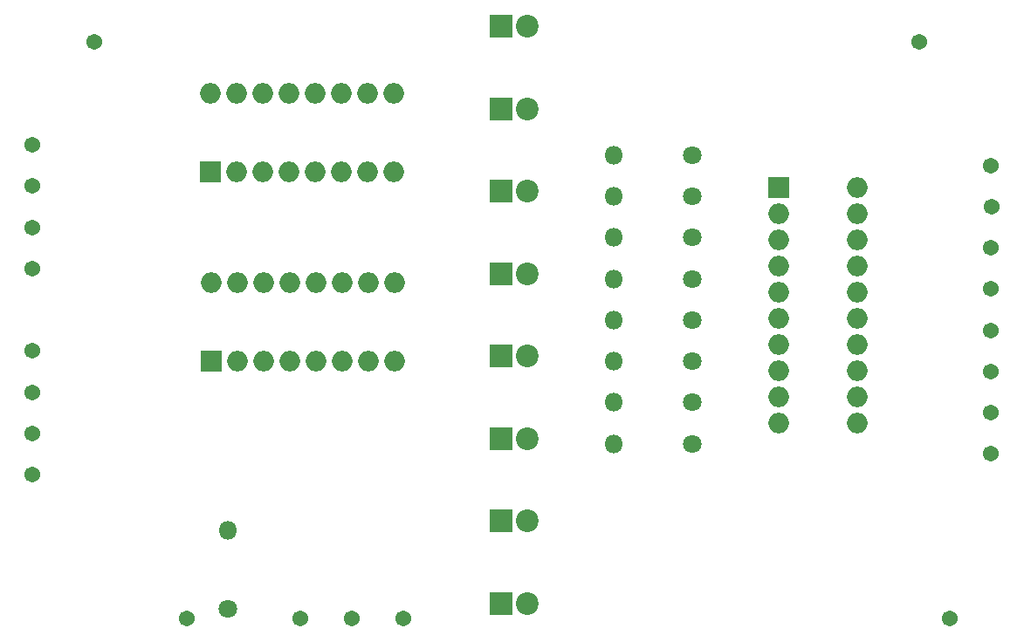
<source format=gbr>
G04 #@! TF.FileFunction,Soldermask,Bot*
%FSLAX46Y46*%
G04 Gerber Fmt 4.6, Leading zero omitted, Abs format (unit mm)*
G04 Created by KiCad (PCBNEW 4.0.5-e0-6337~49~ubuntu16.04.1) date Fri Apr  7 18:45:19 2017*
%MOMM*%
%LPD*%
G01*
G04 APERTURE LIST*
%ADD10C,0.100000*%
%ADD11C,1.543000*%
%ADD12R,2.000000X2.000000*%
%ADD13O,2.000000X2.000000*%
%ADD14C,1.800000*%
%ADD15O,1.800000X1.800000*%
%ADD16R,2.200000X2.200000*%
%ADD17C,2.200000*%
G04 APERTURE END LIST*
D10*
D11*
X54000000Y-97000000D03*
X54000000Y-93000000D03*
X54000000Y-89000000D03*
X54000000Y-85000000D03*
X90000000Y-111000000D03*
X85000000Y-111000000D03*
X80000000Y-111000000D03*
X54000000Y-77000000D03*
X54000000Y-73000000D03*
X54000000Y-69000000D03*
X54000000Y-65000000D03*
X69000000Y-111000000D03*
X143000000Y-111000000D03*
X147000000Y-95000000D03*
X147000000Y-91000000D03*
X147000000Y-87000000D03*
X147000000Y-83000000D03*
X147000000Y-79000000D03*
X147000000Y-75000000D03*
X147050000Y-71000000D03*
X147000000Y-67000000D03*
X60000000Y-55000000D03*
X140000000Y-55000000D03*
D12*
X71300000Y-67620000D03*
D13*
X89080000Y-60000000D03*
X73840000Y-67620000D03*
X86540000Y-60000000D03*
X76380000Y-67620000D03*
X84000000Y-60000000D03*
X78920000Y-67620000D03*
X81460000Y-60000000D03*
X81460000Y-67620000D03*
X78920000Y-60000000D03*
X84000000Y-67620000D03*
X76380000Y-60000000D03*
X86540000Y-67620000D03*
X73840000Y-60000000D03*
X89080000Y-67620000D03*
X71300000Y-60000000D03*
D12*
X71380000Y-86000000D03*
D13*
X89160000Y-78380000D03*
X73920000Y-86000000D03*
X86620000Y-78380000D03*
X76460000Y-86000000D03*
X84080000Y-78380000D03*
X79000000Y-86000000D03*
X81540000Y-78380000D03*
X81540000Y-86000000D03*
X79000000Y-78380000D03*
X84080000Y-86000000D03*
X76460000Y-78380000D03*
X86620000Y-86000000D03*
X73920000Y-78380000D03*
X89160000Y-86000000D03*
X71380000Y-78380000D03*
D12*
X126380000Y-69140000D03*
D13*
X134000000Y-92000000D03*
X126380000Y-71680000D03*
X134000000Y-89460000D03*
X126380000Y-74220000D03*
X134000000Y-86920000D03*
X126380000Y-76760000D03*
X134000000Y-84380000D03*
X126380000Y-79300000D03*
X134000000Y-81840000D03*
X126380000Y-81840000D03*
X134000000Y-79300000D03*
X126380000Y-84380000D03*
X134000000Y-76760000D03*
X126380000Y-86920000D03*
X134000000Y-74220000D03*
X126380000Y-89460000D03*
X134000000Y-71680000D03*
X126380000Y-92000000D03*
X134000000Y-69140000D03*
D14*
X118000000Y-66000000D03*
D15*
X110380000Y-66000000D03*
D14*
X118000000Y-70000000D03*
D15*
X110380000Y-70000000D03*
D14*
X118000000Y-74000000D03*
D15*
X110380000Y-74000000D03*
D14*
X118000000Y-78000000D03*
D15*
X110380000Y-78000000D03*
D14*
X118000000Y-82000000D03*
D15*
X110380000Y-82000000D03*
D14*
X118000000Y-86000000D03*
D15*
X110380000Y-86000000D03*
D14*
X118000000Y-90000000D03*
D15*
X110380000Y-90000000D03*
D14*
X118000000Y-94000000D03*
D15*
X110380000Y-94000000D03*
D14*
X73000000Y-110000000D03*
D15*
X73000000Y-102380000D03*
D16*
X99460000Y-53500000D03*
D17*
X102000000Y-53500000D03*
D16*
X99460000Y-61500000D03*
D17*
X102000000Y-61500000D03*
D16*
X99460000Y-69500000D03*
D17*
X102000000Y-69500000D03*
D16*
X99460000Y-77500000D03*
D17*
X102000000Y-77500000D03*
D16*
X99460000Y-85500000D03*
D17*
X102000000Y-85500000D03*
D16*
X99460000Y-93500000D03*
D17*
X102000000Y-93500000D03*
D16*
X99460000Y-101500000D03*
D17*
X102000000Y-101500000D03*
D16*
X99460000Y-109500000D03*
D17*
X102000000Y-109500000D03*
M02*

</source>
